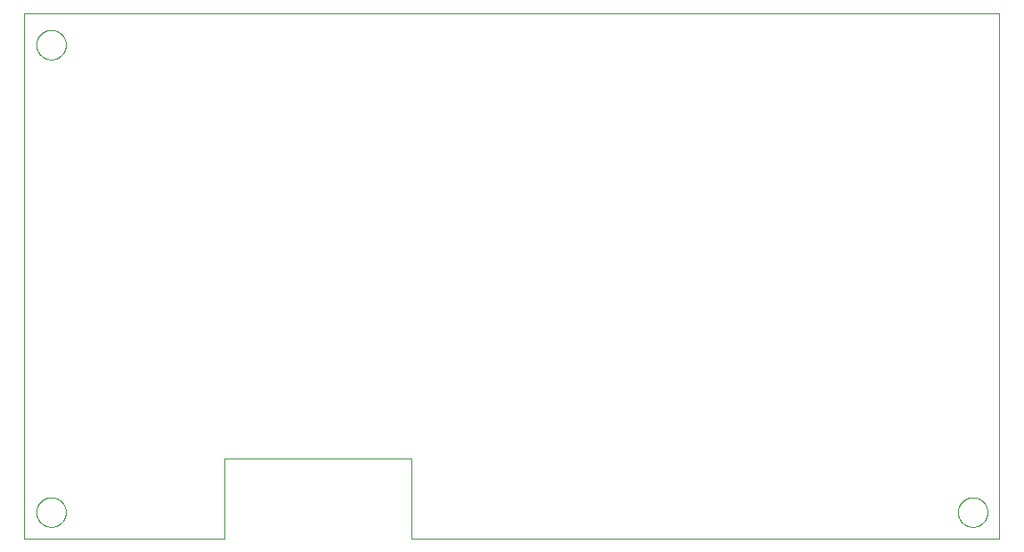
<source format=gtp>
G75*
%MOIN*%
%OFA0B0*%
%FSLAX25Y25*%
%IPPOS*%
%LPD*%
%AMOC8*
5,1,8,0,0,1.08239X$1,22.5*
%
%ADD10C,0.00000*%
D10*
X0001500Y0001500D02*
X0076500Y0001500D01*
X0076500Y0031500D01*
X0146500Y0031500D01*
X0146500Y0001500D01*
X0366500Y0001500D01*
X0366500Y0198350D01*
X0001500Y0198350D01*
X0001500Y0001500D01*
X0005988Y0011500D02*
X0005990Y0011648D01*
X0005996Y0011796D01*
X0006006Y0011944D01*
X0006020Y0012091D01*
X0006038Y0012238D01*
X0006059Y0012384D01*
X0006085Y0012530D01*
X0006115Y0012675D01*
X0006148Y0012819D01*
X0006186Y0012962D01*
X0006227Y0013104D01*
X0006272Y0013245D01*
X0006320Y0013385D01*
X0006373Y0013524D01*
X0006429Y0013661D01*
X0006489Y0013796D01*
X0006552Y0013930D01*
X0006619Y0014062D01*
X0006690Y0014192D01*
X0006764Y0014320D01*
X0006841Y0014446D01*
X0006922Y0014570D01*
X0007006Y0014692D01*
X0007093Y0014811D01*
X0007184Y0014928D01*
X0007278Y0015043D01*
X0007374Y0015155D01*
X0007474Y0015265D01*
X0007576Y0015371D01*
X0007682Y0015475D01*
X0007790Y0015576D01*
X0007901Y0015674D01*
X0008014Y0015770D01*
X0008130Y0015862D01*
X0008248Y0015951D01*
X0008369Y0016036D01*
X0008492Y0016119D01*
X0008617Y0016198D01*
X0008744Y0016274D01*
X0008873Y0016346D01*
X0009004Y0016415D01*
X0009137Y0016480D01*
X0009272Y0016541D01*
X0009408Y0016599D01*
X0009545Y0016654D01*
X0009684Y0016704D01*
X0009825Y0016751D01*
X0009966Y0016794D01*
X0010109Y0016834D01*
X0010253Y0016869D01*
X0010397Y0016901D01*
X0010543Y0016928D01*
X0010689Y0016952D01*
X0010836Y0016972D01*
X0010983Y0016988D01*
X0011130Y0017000D01*
X0011278Y0017008D01*
X0011426Y0017012D01*
X0011574Y0017012D01*
X0011722Y0017008D01*
X0011870Y0017000D01*
X0012017Y0016988D01*
X0012164Y0016972D01*
X0012311Y0016952D01*
X0012457Y0016928D01*
X0012603Y0016901D01*
X0012747Y0016869D01*
X0012891Y0016834D01*
X0013034Y0016794D01*
X0013175Y0016751D01*
X0013316Y0016704D01*
X0013455Y0016654D01*
X0013592Y0016599D01*
X0013728Y0016541D01*
X0013863Y0016480D01*
X0013996Y0016415D01*
X0014127Y0016346D01*
X0014256Y0016274D01*
X0014383Y0016198D01*
X0014508Y0016119D01*
X0014631Y0016036D01*
X0014752Y0015951D01*
X0014870Y0015862D01*
X0014986Y0015770D01*
X0015099Y0015674D01*
X0015210Y0015576D01*
X0015318Y0015475D01*
X0015424Y0015371D01*
X0015526Y0015265D01*
X0015626Y0015155D01*
X0015722Y0015043D01*
X0015816Y0014928D01*
X0015907Y0014811D01*
X0015994Y0014692D01*
X0016078Y0014570D01*
X0016159Y0014446D01*
X0016236Y0014320D01*
X0016310Y0014192D01*
X0016381Y0014062D01*
X0016448Y0013930D01*
X0016511Y0013796D01*
X0016571Y0013661D01*
X0016627Y0013524D01*
X0016680Y0013385D01*
X0016728Y0013245D01*
X0016773Y0013104D01*
X0016814Y0012962D01*
X0016852Y0012819D01*
X0016885Y0012675D01*
X0016915Y0012530D01*
X0016941Y0012384D01*
X0016962Y0012238D01*
X0016980Y0012091D01*
X0016994Y0011944D01*
X0017004Y0011796D01*
X0017010Y0011648D01*
X0017012Y0011500D01*
X0017010Y0011352D01*
X0017004Y0011204D01*
X0016994Y0011056D01*
X0016980Y0010909D01*
X0016962Y0010762D01*
X0016941Y0010616D01*
X0016915Y0010470D01*
X0016885Y0010325D01*
X0016852Y0010181D01*
X0016814Y0010038D01*
X0016773Y0009896D01*
X0016728Y0009755D01*
X0016680Y0009615D01*
X0016627Y0009476D01*
X0016571Y0009339D01*
X0016511Y0009204D01*
X0016448Y0009070D01*
X0016381Y0008938D01*
X0016310Y0008808D01*
X0016236Y0008680D01*
X0016159Y0008554D01*
X0016078Y0008430D01*
X0015994Y0008308D01*
X0015907Y0008189D01*
X0015816Y0008072D01*
X0015722Y0007957D01*
X0015626Y0007845D01*
X0015526Y0007735D01*
X0015424Y0007629D01*
X0015318Y0007525D01*
X0015210Y0007424D01*
X0015099Y0007326D01*
X0014986Y0007230D01*
X0014870Y0007138D01*
X0014752Y0007049D01*
X0014631Y0006964D01*
X0014508Y0006881D01*
X0014383Y0006802D01*
X0014256Y0006726D01*
X0014127Y0006654D01*
X0013996Y0006585D01*
X0013863Y0006520D01*
X0013728Y0006459D01*
X0013592Y0006401D01*
X0013455Y0006346D01*
X0013316Y0006296D01*
X0013175Y0006249D01*
X0013034Y0006206D01*
X0012891Y0006166D01*
X0012747Y0006131D01*
X0012603Y0006099D01*
X0012457Y0006072D01*
X0012311Y0006048D01*
X0012164Y0006028D01*
X0012017Y0006012D01*
X0011870Y0006000D01*
X0011722Y0005992D01*
X0011574Y0005988D01*
X0011426Y0005988D01*
X0011278Y0005992D01*
X0011130Y0006000D01*
X0010983Y0006012D01*
X0010836Y0006028D01*
X0010689Y0006048D01*
X0010543Y0006072D01*
X0010397Y0006099D01*
X0010253Y0006131D01*
X0010109Y0006166D01*
X0009966Y0006206D01*
X0009825Y0006249D01*
X0009684Y0006296D01*
X0009545Y0006346D01*
X0009408Y0006401D01*
X0009272Y0006459D01*
X0009137Y0006520D01*
X0009004Y0006585D01*
X0008873Y0006654D01*
X0008744Y0006726D01*
X0008617Y0006802D01*
X0008492Y0006881D01*
X0008369Y0006964D01*
X0008248Y0007049D01*
X0008130Y0007138D01*
X0008014Y0007230D01*
X0007901Y0007326D01*
X0007790Y0007424D01*
X0007682Y0007525D01*
X0007576Y0007629D01*
X0007474Y0007735D01*
X0007374Y0007845D01*
X0007278Y0007957D01*
X0007184Y0008072D01*
X0007093Y0008189D01*
X0007006Y0008308D01*
X0006922Y0008430D01*
X0006841Y0008554D01*
X0006764Y0008680D01*
X0006690Y0008808D01*
X0006619Y0008938D01*
X0006552Y0009070D01*
X0006489Y0009204D01*
X0006429Y0009339D01*
X0006373Y0009476D01*
X0006320Y0009615D01*
X0006272Y0009755D01*
X0006227Y0009896D01*
X0006186Y0010038D01*
X0006148Y0010181D01*
X0006115Y0010325D01*
X0006085Y0010470D01*
X0006059Y0010616D01*
X0006038Y0010762D01*
X0006020Y0010909D01*
X0006006Y0011056D01*
X0005996Y0011204D01*
X0005990Y0011352D01*
X0005988Y0011500D01*
X0005988Y0186500D02*
X0005990Y0186648D01*
X0005996Y0186796D01*
X0006006Y0186944D01*
X0006020Y0187091D01*
X0006038Y0187238D01*
X0006059Y0187384D01*
X0006085Y0187530D01*
X0006115Y0187675D01*
X0006148Y0187819D01*
X0006186Y0187962D01*
X0006227Y0188104D01*
X0006272Y0188245D01*
X0006320Y0188385D01*
X0006373Y0188524D01*
X0006429Y0188661D01*
X0006489Y0188796D01*
X0006552Y0188930D01*
X0006619Y0189062D01*
X0006690Y0189192D01*
X0006764Y0189320D01*
X0006841Y0189446D01*
X0006922Y0189570D01*
X0007006Y0189692D01*
X0007093Y0189811D01*
X0007184Y0189928D01*
X0007278Y0190043D01*
X0007374Y0190155D01*
X0007474Y0190265D01*
X0007576Y0190371D01*
X0007682Y0190475D01*
X0007790Y0190576D01*
X0007901Y0190674D01*
X0008014Y0190770D01*
X0008130Y0190862D01*
X0008248Y0190951D01*
X0008369Y0191036D01*
X0008492Y0191119D01*
X0008617Y0191198D01*
X0008744Y0191274D01*
X0008873Y0191346D01*
X0009004Y0191415D01*
X0009137Y0191480D01*
X0009272Y0191541D01*
X0009408Y0191599D01*
X0009545Y0191654D01*
X0009684Y0191704D01*
X0009825Y0191751D01*
X0009966Y0191794D01*
X0010109Y0191834D01*
X0010253Y0191869D01*
X0010397Y0191901D01*
X0010543Y0191928D01*
X0010689Y0191952D01*
X0010836Y0191972D01*
X0010983Y0191988D01*
X0011130Y0192000D01*
X0011278Y0192008D01*
X0011426Y0192012D01*
X0011574Y0192012D01*
X0011722Y0192008D01*
X0011870Y0192000D01*
X0012017Y0191988D01*
X0012164Y0191972D01*
X0012311Y0191952D01*
X0012457Y0191928D01*
X0012603Y0191901D01*
X0012747Y0191869D01*
X0012891Y0191834D01*
X0013034Y0191794D01*
X0013175Y0191751D01*
X0013316Y0191704D01*
X0013455Y0191654D01*
X0013592Y0191599D01*
X0013728Y0191541D01*
X0013863Y0191480D01*
X0013996Y0191415D01*
X0014127Y0191346D01*
X0014256Y0191274D01*
X0014383Y0191198D01*
X0014508Y0191119D01*
X0014631Y0191036D01*
X0014752Y0190951D01*
X0014870Y0190862D01*
X0014986Y0190770D01*
X0015099Y0190674D01*
X0015210Y0190576D01*
X0015318Y0190475D01*
X0015424Y0190371D01*
X0015526Y0190265D01*
X0015626Y0190155D01*
X0015722Y0190043D01*
X0015816Y0189928D01*
X0015907Y0189811D01*
X0015994Y0189692D01*
X0016078Y0189570D01*
X0016159Y0189446D01*
X0016236Y0189320D01*
X0016310Y0189192D01*
X0016381Y0189062D01*
X0016448Y0188930D01*
X0016511Y0188796D01*
X0016571Y0188661D01*
X0016627Y0188524D01*
X0016680Y0188385D01*
X0016728Y0188245D01*
X0016773Y0188104D01*
X0016814Y0187962D01*
X0016852Y0187819D01*
X0016885Y0187675D01*
X0016915Y0187530D01*
X0016941Y0187384D01*
X0016962Y0187238D01*
X0016980Y0187091D01*
X0016994Y0186944D01*
X0017004Y0186796D01*
X0017010Y0186648D01*
X0017012Y0186500D01*
X0017010Y0186352D01*
X0017004Y0186204D01*
X0016994Y0186056D01*
X0016980Y0185909D01*
X0016962Y0185762D01*
X0016941Y0185616D01*
X0016915Y0185470D01*
X0016885Y0185325D01*
X0016852Y0185181D01*
X0016814Y0185038D01*
X0016773Y0184896D01*
X0016728Y0184755D01*
X0016680Y0184615D01*
X0016627Y0184476D01*
X0016571Y0184339D01*
X0016511Y0184204D01*
X0016448Y0184070D01*
X0016381Y0183938D01*
X0016310Y0183808D01*
X0016236Y0183680D01*
X0016159Y0183554D01*
X0016078Y0183430D01*
X0015994Y0183308D01*
X0015907Y0183189D01*
X0015816Y0183072D01*
X0015722Y0182957D01*
X0015626Y0182845D01*
X0015526Y0182735D01*
X0015424Y0182629D01*
X0015318Y0182525D01*
X0015210Y0182424D01*
X0015099Y0182326D01*
X0014986Y0182230D01*
X0014870Y0182138D01*
X0014752Y0182049D01*
X0014631Y0181964D01*
X0014508Y0181881D01*
X0014383Y0181802D01*
X0014256Y0181726D01*
X0014127Y0181654D01*
X0013996Y0181585D01*
X0013863Y0181520D01*
X0013728Y0181459D01*
X0013592Y0181401D01*
X0013455Y0181346D01*
X0013316Y0181296D01*
X0013175Y0181249D01*
X0013034Y0181206D01*
X0012891Y0181166D01*
X0012747Y0181131D01*
X0012603Y0181099D01*
X0012457Y0181072D01*
X0012311Y0181048D01*
X0012164Y0181028D01*
X0012017Y0181012D01*
X0011870Y0181000D01*
X0011722Y0180992D01*
X0011574Y0180988D01*
X0011426Y0180988D01*
X0011278Y0180992D01*
X0011130Y0181000D01*
X0010983Y0181012D01*
X0010836Y0181028D01*
X0010689Y0181048D01*
X0010543Y0181072D01*
X0010397Y0181099D01*
X0010253Y0181131D01*
X0010109Y0181166D01*
X0009966Y0181206D01*
X0009825Y0181249D01*
X0009684Y0181296D01*
X0009545Y0181346D01*
X0009408Y0181401D01*
X0009272Y0181459D01*
X0009137Y0181520D01*
X0009004Y0181585D01*
X0008873Y0181654D01*
X0008744Y0181726D01*
X0008617Y0181802D01*
X0008492Y0181881D01*
X0008369Y0181964D01*
X0008248Y0182049D01*
X0008130Y0182138D01*
X0008014Y0182230D01*
X0007901Y0182326D01*
X0007790Y0182424D01*
X0007682Y0182525D01*
X0007576Y0182629D01*
X0007474Y0182735D01*
X0007374Y0182845D01*
X0007278Y0182957D01*
X0007184Y0183072D01*
X0007093Y0183189D01*
X0007006Y0183308D01*
X0006922Y0183430D01*
X0006841Y0183554D01*
X0006764Y0183680D01*
X0006690Y0183808D01*
X0006619Y0183938D01*
X0006552Y0184070D01*
X0006489Y0184204D01*
X0006429Y0184339D01*
X0006373Y0184476D01*
X0006320Y0184615D01*
X0006272Y0184755D01*
X0006227Y0184896D01*
X0006186Y0185038D01*
X0006148Y0185181D01*
X0006115Y0185325D01*
X0006085Y0185470D01*
X0006059Y0185616D01*
X0006038Y0185762D01*
X0006020Y0185909D01*
X0006006Y0186056D01*
X0005996Y0186204D01*
X0005990Y0186352D01*
X0005988Y0186500D01*
X0350988Y0011500D02*
X0350990Y0011648D01*
X0350996Y0011796D01*
X0351006Y0011944D01*
X0351020Y0012091D01*
X0351038Y0012238D01*
X0351059Y0012384D01*
X0351085Y0012530D01*
X0351115Y0012675D01*
X0351148Y0012819D01*
X0351186Y0012962D01*
X0351227Y0013104D01*
X0351272Y0013245D01*
X0351320Y0013385D01*
X0351373Y0013524D01*
X0351429Y0013661D01*
X0351489Y0013796D01*
X0351552Y0013930D01*
X0351619Y0014062D01*
X0351690Y0014192D01*
X0351764Y0014320D01*
X0351841Y0014446D01*
X0351922Y0014570D01*
X0352006Y0014692D01*
X0352093Y0014811D01*
X0352184Y0014928D01*
X0352278Y0015043D01*
X0352374Y0015155D01*
X0352474Y0015265D01*
X0352576Y0015371D01*
X0352682Y0015475D01*
X0352790Y0015576D01*
X0352901Y0015674D01*
X0353014Y0015770D01*
X0353130Y0015862D01*
X0353248Y0015951D01*
X0353369Y0016036D01*
X0353492Y0016119D01*
X0353617Y0016198D01*
X0353744Y0016274D01*
X0353873Y0016346D01*
X0354004Y0016415D01*
X0354137Y0016480D01*
X0354272Y0016541D01*
X0354408Y0016599D01*
X0354545Y0016654D01*
X0354684Y0016704D01*
X0354825Y0016751D01*
X0354966Y0016794D01*
X0355109Y0016834D01*
X0355253Y0016869D01*
X0355397Y0016901D01*
X0355543Y0016928D01*
X0355689Y0016952D01*
X0355836Y0016972D01*
X0355983Y0016988D01*
X0356130Y0017000D01*
X0356278Y0017008D01*
X0356426Y0017012D01*
X0356574Y0017012D01*
X0356722Y0017008D01*
X0356870Y0017000D01*
X0357017Y0016988D01*
X0357164Y0016972D01*
X0357311Y0016952D01*
X0357457Y0016928D01*
X0357603Y0016901D01*
X0357747Y0016869D01*
X0357891Y0016834D01*
X0358034Y0016794D01*
X0358175Y0016751D01*
X0358316Y0016704D01*
X0358455Y0016654D01*
X0358592Y0016599D01*
X0358728Y0016541D01*
X0358863Y0016480D01*
X0358996Y0016415D01*
X0359127Y0016346D01*
X0359256Y0016274D01*
X0359383Y0016198D01*
X0359508Y0016119D01*
X0359631Y0016036D01*
X0359752Y0015951D01*
X0359870Y0015862D01*
X0359986Y0015770D01*
X0360099Y0015674D01*
X0360210Y0015576D01*
X0360318Y0015475D01*
X0360424Y0015371D01*
X0360526Y0015265D01*
X0360626Y0015155D01*
X0360722Y0015043D01*
X0360816Y0014928D01*
X0360907Y0014811D01*
X0360994Y0014692D01*
X0361078Y0014570D01*
X0361159Y0014446D01*
X0361236Y0014320D01*
X0361310Y0014192D01*
X0361381Y0014062D01*
X0361448Y0013930D01*
X0361511Y0013796D01*
X0361571Y0013661D01*
X0361627Y0013524D01*
X0361680Y0013385D01*
X0361728Y0013245D01*
X0361773Y0013104D01*
X0361814Y0012962D01*
X0361852Y0012819D01*
X0361885Y0012675D01*
X0361915Y0012530D01*
X0361941Y0012384D01*
X0361962Y0012238D01*
X0361980Y0012091D01*
X0361994Y0011944D01*
X0362004Y0011796D01*
X0362010Y0011648D01*
X0362012Y0011500D01*
X0362010Y0011352D01*
X0362004Y0011204D01*
X0361994Y0011056D01*
X0361980Y0010909D01*
X0361962Y0010762D01*
X0361941Y0010616D01*
X0361915Y0010470D01*
X0361885Y0010325D01*
X0361852Y0010181D01*
X0361814Y0010038D01*
X0361773Y0009896D01*
X0361728Y0009755D01*
X0361680Y0009615D01*
X0361627Y0009476D01*
X0361571Y0009339D01*
X0361511Y0009204D01*
X0361448Y0009070D01*
X0361381Y0008938D01*
X0361310Y0008808D01*
X0361236Y0008680D01*
X0361159Y0008554D01*
X0361078Y0008430D01*
X0360994Y0008308D01*
X0360907Y0008189D01*
X0360816Y0008072D01*
X0360722Y0007957D01*
X0360626Y0007845D01*
X0360526Y0007735D01*
X0360424Y0007629D01*
X0360318Y0007525D01*
X0360210Y0007424D01*
X0360099Y0007326D01*
X0359986Y0007230D01*
X0359870Y0007138D01*
X0359752Y0007049D01*
X0359631Y0006964D01*
X0359508Y0006881D01*
X0359383Y0006802D01*
X0359256Y0006726D01*
X0359127Y0006654D01*
X0358996Y0006585D01*
X0358863Y0006520D01*
X0358728Y0006459D01*
X0358592Y0006401D01*
X0358455Y0006346D01*
X0358316Y0006296D01*
X0358175Y0006249D01*
X0358034Y0006206D01*
X0357891Y0006166D01*
X0357747Y0006131D01*
X0357603Y0006099D01*
X0357457Y0006072D01*
X0357311Y0006048D01*
X0357164Y0006028D01*
X0357017Y0006012D01*
X0356870Y0006000D01*
X0356722Y0005992D01*
X0356574Y0005988D01*
X0356426Y0005988D01*
X0356278Y0005992D01*
X0356130Y0006000D01*
X0355983Y0006012D01*
X0355836Y0006028D01*
X0355689Y0006048D01*
X0355543Y0006072D01*
X0355397Y0006099D01*
X0355253Y0006131D01*
X0355109Y0006166D01*
X0354966Y0006206D01*
X0354825Y0006249D01*
X0354684Y0006296D01*
X0354545Y0006346D01*
X0354408Y0006401D01*
X0354272Y0006459D01*
X0354137Y0006520D01*
X0354004Y0006585D01*
X0353873Y0006654D01*
X0353744Y0006726D01*
X0353617Y0006802D01*
X0353492Y0006881D01*
X0353369Y0006964D01*
X0353248Y0007049D01*
X0353130Y0007138D01*
X0353014Y0007230D01*
X0352901Y0007326D01*
X0352790Y0007424D01*
X0352682Y0007525D01*
X0352576Y0007629D01*
X0352474Y0007735D01*
X0352374Y0007845D01*
X0352278Y0007957D01*
X0352184Y0008072D01*
X0352093Y0008189D01*
X0352006Y0008308D01*
X0351922Y0008430D01*
X0351841Y0008554D01*
X0351764Y0008680D01*
X0351690Y0008808D01*
X0351619Y0008938D01*
X0351552Y0009070D01*
X0351489Y0009204D01*
X0351429Y0009339D01*
X0351373Y0009476D01*
X0351320Y0009615D01*
X0351272Y0009755D01*
X0351227Y0009896D01*
X0351186Y0010038D01*
X0351148Y0010181D01*
X0351115Y0010325D01*
X0351085Y0010470D01*
X0351059Y0010616D01*
X0351038Y0010762D01*
X0351020Y0010909D01*
X0351006Y0011056D01*
X0350996Y0011204D01*
X0350990Y0011352D01*
X0350988Y0011500D01*
M02*

</source>
